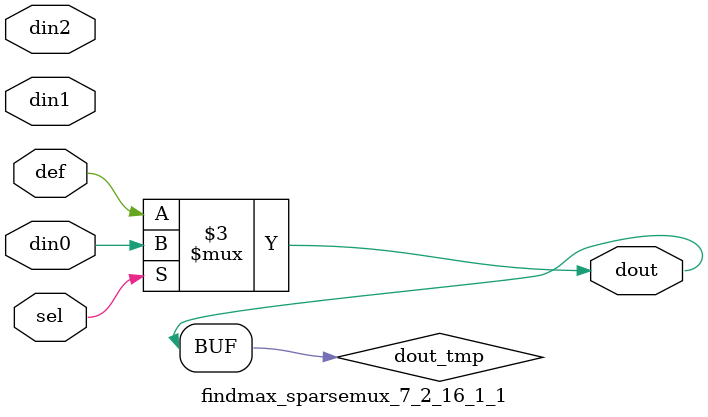
<source format=v>
`timescale 1ns / 1ps

module findmax_sparsemux_7_2_16_1_1 (din0,din1,din2,def,sel,dout);

parameter din0_WIDTH = 1;

parameter din1_WIDTH = 1;

parameter din2_WIDTH = 1;

parameter def_WIDTH = 1;
parameter sel_WIDTH = 1;
parameter dout_WIDTH = 1;

parameter [sel_WIDTH-1:0] CASE0 = 1;

parameter [sel_WIDTH-1:0] CASE1 = 1;

parameter [sel_WIDTH-1:0] CASE2 = 1;

parameter ID = 1;
parameter NUM_STAGE = 1;



input [din0_WIDTH-1:0] din0;

input [din1_WIDTH-1:0] din1;

input [din2_WIDTH-1:0] din2;

input [def_WIDTH-1:0] def;
input [sel_WIDTH-1:0] sel;

output [dout_WIDTH-1:0] dout;



reg [dout_WIDTH-1:0] dout_tmp;


always @ (*) begin
(* parallel_case *) case (sel)
    
    CASE0 : dout_tmp = din0;
    
    CASE1 : dout_tmp = din1;
    
    CASE2 : dout_tmp = din2;
    
    default : dout_tmp = def;
endcase
end


assign dout = dout_tmp;



endmodule

</source>
